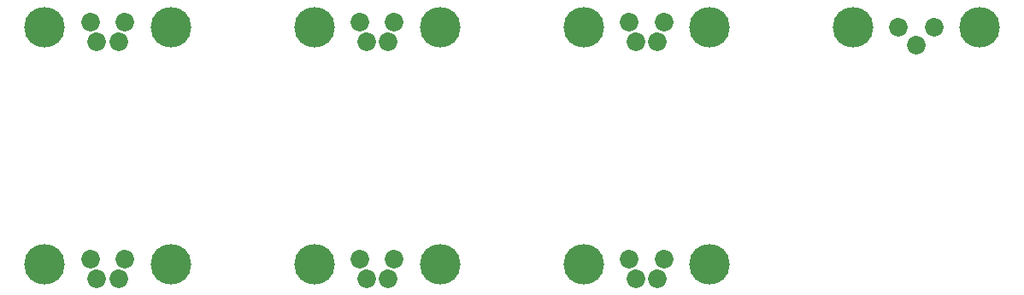
<source format=gbr>
%TF.GenerationSoftware,KiCad,Pcbnew,(6.0.7-1)-1*%
%TF.CreationDate,2022-11-03T21:10:23+11:00*%
%TF.ProjectId,case-connector,63617365-2d63-46f6-9e6e-6563746f722e,rev?*%
%TF.SameCoordinates,Original*%
%TF.FileFunction,Soldermask,Top*%
%TF.FilePolarity,Negative*%
%FSLAX46Y46*%
G04 Gerber Fmt 4.6, Leading zero omitted, Abs format (unit mm)*
G04 Created by KiCad (PCBNEW (6.0.7-1)-1) date 2022-11-03 21:10:23*
%MOMM*%
%LPD*%
G01*
G04 APERTURE LIST*
%ADD10C,1.850000*%
%ADD11C,4.016000*%
G04 APERTURE END LIST*
D10*
%TO.C,J7*%
X69850000Y-63450000D03*
X72000000Y-63450000D03*
X69225000Y-61500000D03*
X72625000Y-61500000D03*
D11*
X77175000Y-62000000D03*
X64675000Y-62000000D03*
%TD*%
%TO.C,J6*%
X91366666Y-85500000D03*
X103866666Y-85500000D03*
D10*
X99316666Y-85000000D03*
X95916666Y-85000000D03*
X98691666Y-86950000D03*
X96541666Y-86950000D03*
%TD*%
D11*
%TO.C,J5*%
X91366666Y-62000000D03*
X103866666Y-62000000D03*
D10*
X99316666Y-61500000D03*
X95916666Y-61500000D03*
X98691666Y-63450000D03*
X96541666Y-63450000D03*
%TD*%
D11*
%TO.C,J4*%
X144750000Y-62000000D03*
X157250000Y-62000000D03*
D10*
X152750000Y-62000000D03*
X149250000Y-62000000D03*
X151000000Y-63750000D03*
%TD*%
%TO.C,J3*%
X123233332Y-63450000D03*
X125383332Y-63450000D03*
X122608332Y-61500000D03*
X126008332Y-61500000D03*
D11*
X130558332Y-62000000D03*
X118058332Y-62000000D03*
%TD*%
D10*
%TO.C,J2*%
X69850000Y-86950000D03*
X72000000Y-86950000D03*
X69225000Y-85000000D03*
X72625000Y-85000000D03*
D11*
X77175000Y-85500000D03*
X64675000Y-85500000D03*
%TD*%
%TO.C,J1*%
X118058332Y-85500000D03*
X130558332Y-85500000D03*
D10*
X126008332Y-85000000D03*
X122608332Y-85000000D03*
X125383332Y-86950000D03*
X123233332Y-86950000D03*
%TD*%
M02*

</source>
